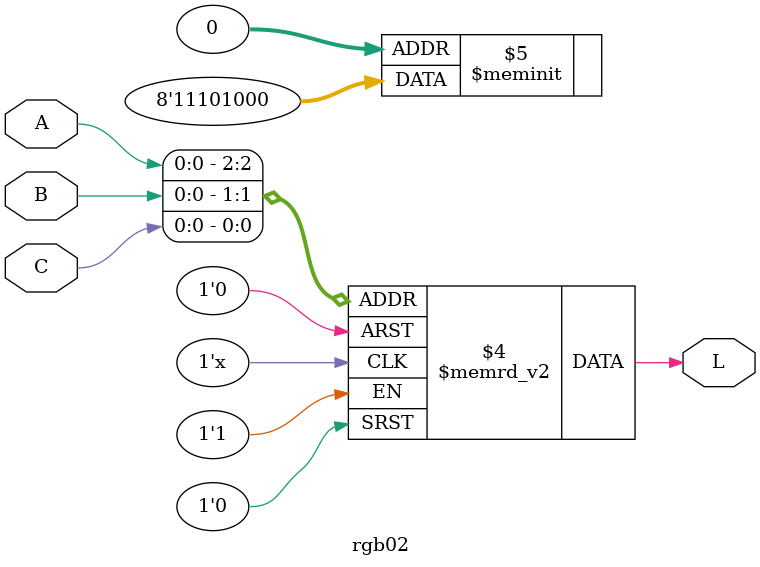
<source format=v>
module rgb02(
    input A,B,C,
    output L
    );
    always @(*)begin
        case({A,B,C})
            3'b110:L<=1'b1;
            3'b111:L<=1'b1;
            3'b101:L<=1'b1;
            3'b011:L<=1'b1;
            3'b100:L<=1'b0;
            3'b001:L<=1'b0;
            3'b010:L<=1'b0;
            3'b000:L<=1'b0;
            default:L<=1'b0;
        endcase
    end
endmodule
</source>
